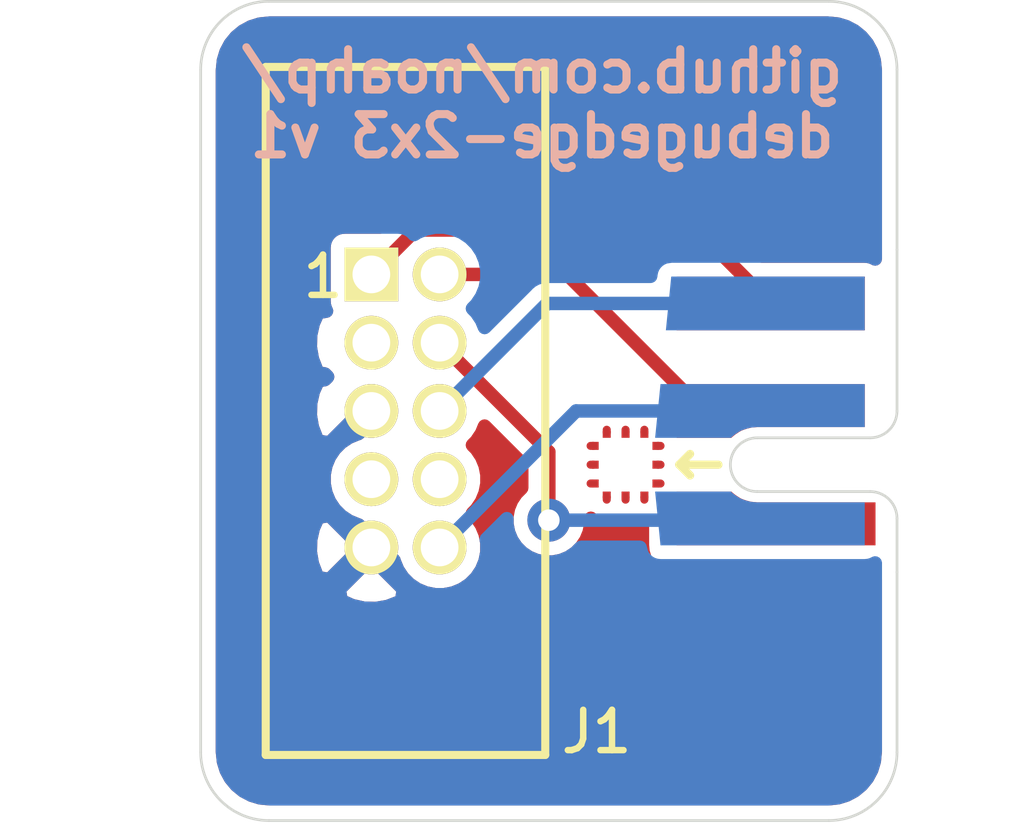
<source format=kicad_pcb>
(kicad_pcb (version 20171130) (host pcbnew 5.1.9-73d0e3b20d~88~ubuntu20.10.1)

  (general
    (thickness 1.6)
    (drawings 10)
    (tracks 14)
    (zones 0)
    (modules 2)
    (nets 9)
  )

  (page A4)
  (layers
    (0 F.Cu signal)
    (31 B.Cu signal)
    (32 B.Adhes user)
    (33 F.Adhes user)
    (34 B.Paste user)
    (35 F.Paste user)
    (36 B.SilkS user)
    (37 F.SilkS user)
    (38 B.Mask user)
    (39 F.Mask user)
    (40 Dwgs.User user)
    (41 Cmts.User user)
    (42 Eco1.User user)
    (43 Eco2.User user)
    (44 Edge.Cuts user)
    (45 Margin user)
    (46 B.CrtYd user)
    (47 F.CrtYd user)
    (48 B.Fab user)
    (49 F.Fab user)
  )

  (setup
    (last_trace_width 0.25)
    (trace_clearance 0.2)
    (zone_clearance 0.254)
    (zone_45_only no)
    (trace_min 0.2)
    (via_size 0.8)
    (via_drill 0.4)
    (via_min_size 0.4)
    (via_min_drill 0.3)
    (uvia_size 0.3)
    (uvia_drill 0.1)
    (uvias_allowed no)
    (uvia_min_size 0.2)
    (uvia_min_drill 0.1)
    (edge_width 0.05)
    (segment_width 0.2)
    (pcb_text_width 0.3)
    (pcb_text_size 1.5 1.5)
    (mod_edge_width 0.12)
    (mod_text_size 1 1)
    (mod_text_width 0.15)
    (pad_size 1.524 1.524)
    (pad_drill 0.762)
    (pad_to_mask_clearance 0)
    (aux_axis_origin 0 0)
    (visible_elements FFFFFF7F)
    (pcbplotparams
      (layerselection 0x010fc_ffffffff)
      (usegerberextensions false)
      (usegerberattributes true)
      (usegerberadvancedattributes true)
      (creategerberjobfile true)
      (excludeedgelayer true)
      (linewidth 0.100000)
      (plotframeref false)
      (viasonmask false)
      (mode 1)
      (useauxorigin false)
      (hpglpennumber 1)
      (hpglpenspeed 20)
      (hpglpendiameter 15.000000)
      (psnegative false)
      (psa4output false)
      (plotreference true)
      (plotvalue true)
      (plotinvisibletext false)
      (padsonsilk false)
      (subtractmaskfromsilk false)
      (outputformat 1)
      (mirror false)
      (drillshape 1)
      (scaleselection 1)
      (outputdirectory ""))
  )

  (net 0 "")
  (net 1 /~RESET)
  (net 2 GND)
  (net 3 "Net-(J1-Pad8)")
  (net 4 "Net-(J1-Pad7)")
  (net 5 /SWO)
  (net 6 /SWDCLK)
  (net 7 /SWDIO)
  (net 8 +3V3)

  (net_class Default "This is the default net class."
    (clearance 0.2)
    (trace_width 0.25)
    (via_dia 0.8)
    (via_drill 0.4)
    (uvia_dia 0.3)
    (uvia_drill 0.1)
    (add_net +3V3)
    (add_net /SWDCLK)
    (add_net /SWDIO)
    (add_net /SWO)
    (add_net /~RESET)
    (add_net GND)
    (add_net "Net-(J1-Pad7)")
    (add_net "Net-(J1-Pad8)")
  )

  (module Connector_DebugEdge:DebugEdge_2x03_Target (layer F.Cu) (tedit 5F5EA30E) (tstamp 5FF819D4)
    (at 150.622 88.773 90)
    (path /5FF7E7FA)
    (attr virtual)
    (fp_text reference J2 (at 0 1.2 90 unlocked) (layer F.Fab)
      (effects (font (size 0.5 0.5) (thickness 0.05)))
    )
    (fp_text value DebugEdge_02x03 (at 0 2 90 unlocked) (layer F.Fab)
      (effects (font (size 0.5 0.5) (thickness 0.05)))
    )
    (fp_arc (start -2 -0.5) (end -2 0) (angle -90) (layer Edge.Cuts) (width 0.05))
    (fp_arc (start 0 -0.5) (end -0.5 -0.5) (angle -90) (layer Edge.Cuts) (width 0.05))
    (fp_arc (start -1 -2.6) (end -0.5 -2.6) (angle -180) (layer Edge.Cuts) (width 0.05))
    (fp_line (start -0.65 -5.55) (end -0.65 -5.7) (layer F.Mask) (width 0.15))
    (fp_line (start -0.65 -5.65) (end -0.65 -5.7) (layer F.Cu) (width 0.15))
    (fp_poly (pts (xy -0.575 -5.55) (xy -0.725 -5.55) (xy -0.725 -5.675) (xy -0.575 -5.675)) (layer F.Cu) (width 0))
    (fp_line (start -1 -5.55) (end -1 -5.7) (layer F.Mask) (width 0.15))
    (fp_line (start -1 -5.65) (end -1 -5.7) (layer F.Cu) (width 0.15))
    (fp_poly (pts (xy -0.925 -5.55) (xy -1.075 -5.55) (xy -1.075 -5.675) (xy -0.925 -5.675)) (layer F.Cu) (width 0))
    (fp_poly (pts (xy -1.275 -5.55) (xy -1.425 -5.55) (xy -1.425 -5.675) (xy -1.275 -5.675)) (layer F.Cu) (width 0))
    (fp_line (start -1.35 -5.55) (end -1.35 -5.7) (layer F.Mask) (width 0.15))
    (fp_line (start -1.35 -5.65) (end -1.35 -5.7) (layer F.Cu) (width 0.15))
    (fp_poly (pts (xy -0.55 -4.6) (xy -1.45 -4.6) (xy -1.45 -5.5) (xy -0.55 -5.5)) (layer F.Mask) (width 0.1))
    (fp_line (start 4 0.5) (end 4 -5) (layer B.CrtYd) (width 0.05))
    (fp_line (start -4 0.5) (end 4 0.5) (layer B.CrtYd) (width 0.05))
    (fp_line (start -4 -5) (end -4 0.5) (layer B.CrtYd) (width 0.05))
    (fp_line (start 4 -5) (end -4 -5) (layer B.CrtYd) (width 0.05))
    (fp_line (start -4 0.5) (end -4 -5) (layer F.CrtYd) (width 0.05))
    (fp_line (start 4 0.5) (end -4 0.5) (layer F.CrtYd) (width 0.05))
    (fp_line (start 4 -5) (end 4 0.5) (layer F.CrtYd) (width 0.05))
    (fp_line (start -4 -5) (end 4 -5) (layer F.CrtYd) (width 0.05))
    (fp_line (start 0 0) (end 3 0) (layer Edge.Cuts) (width 0.05))
    (fp_line (start -3 0) (end -2 0) (layer Edge.Cuts) (width 0.05))
    (fp_line (start -1 -4.05) (end -1 -3.323) (layer F.SilkS) (width 0.153))
    (fp_line (start -1 -4.05) (end -0.8 -3.85) (layer F.SilkS) (width 0.153))
    (fp_line (start -1.2 -3.85) (end -1 -4.05) (layer F.SilkS) (width 0.153))
    (fp_line (start -0.5 -0.5) (end -0.5 -2.6) (layer Edge.Cuts) (width 0.05))
    (fp_line (start -1.5 -2.6) (end -1.5 -0.5) (layer Edge.Cuts) (width 0.05))
    (fp_line (start -1.6 -4.7) (end -1.65 -4.7) (layer F.Cu) (width 0.15))
    (fp_line (start -1.5 -4.7) (end -1.65 -4.7) (layer F.Mask) (width 0.15))
    (fp_poly (pts (xy -1.5 -5.475) (xy -1.5 -5.325) (xy -1.625 -5.325) (xy -1.625 -5.475)) (layer F.Cu) (width 0))
    (fp_line (start -1.6 -5.4) (end -1.65 -5.4) (layer F.Cu) (width 0.15))
    (fp_line (start -1.5 -5.4) (end -1.65 -5.4) (layer F.Mask) (width 0.15))
    (fp_poly (pts (xy -1.5 -5.125) (xy -1.5 -4.975) (xy -1.625 -4.975) (xy -1.625 -5.125)) (layer F.Cu) (width 0))
    (fp_line (start -1.5 -5.05) (end -1.65 -5.05) (layer F.Mask) (width 0.15))
    (fp_line (start -1.6 -5.05) (end -1.65 -5.05) (layer F.Cu) (width 0.15))
    (fp_poly (pts (xy -1.5 -4.775) (xy -1.5 -4.625) (xy -1.625 -4.625) (xy -1.625 -4.775)) (layer F.Cu) (width 0))
    (fp_poly (pts (xy -1.425 -4.55) (xy -1.275 -4.55) (xy -1.275 -4.425) (xy -1.425 -4.425)) (layer F.Cu) (width 0))
    (fp_line (start -1.35 -4.45) (end -1.35 -4.4) (layer F.Cu) (width 0.15))
    (fp_line (start -1.35 -4.55) (end -1.35 -4.4) (layer F.Mask) (width 0.15))
    (fp_poly (pts (xy -1.075 -4.55) (xy -0.925 -4.55) (xy -0.925 -4.425) (xy -1.075 -4.425)) (layer F.Cu) (width 0))
    (fp_line (start -1 -4.55) (end -1 -4.4) (layer F.Mask) (width 0.15))
    (fp_line (start -1 -4.45) (end -1 -4.4) (layer F.Cu) (width 0.15))
    (fp_poly (pts (xy -0.725 -4.55) (xy -0.575 -4.55) (xy -0.575 -4.425) (xy -0.725 -4.425)) (layer F.Cu) (width 0))
    (fp_line (start -0.65 -4.55) (end -0.65 -4.4) (layer F.Mask) (width 0.15))
    (fp_line (start -0.65 -4.45) (end -0.65 -4.4) (layer F.Cu) (width 0.15))
    (fp_poly (pts (xy -0.5 -4.625) (xy -0.5 -4.775) (xy -0.375 -4.775) (xy -0.375 -4.625)) (layer F.Cu) (width 0))
    (fp_line (start -0.4 -4.7) (end -0.35 -4.7) (layer F.Cu) (width 0.15))
    (fp_line (start -0.5 -4.7) (end -0.35 -4.7) (layer F.Mask) (width 0.15))
    (fp_poly (pts (xy -0.5 -4.975) (xy -0.5 -5.125) (xy -0.375 -5.125) (xy -0.375 -4.975)) (layer F.Cu) (width 0))
    (fp_line (start -0.5 -5.05) (end -0.35 -5.05) (layer F.Mask) (width 0.15))
    (fp_line (start -0.4 -5.05) (end -0.35 -5.05) (layer F.Cu) (width 0.15))
    (fp_poly (pts (xy -0.5 -5.325) (xy -0.5 -5.475) (xy -0.375 -5.475) (xy -0.375 -5.325)) (layer F.Cu) (width 0))
    (fp_line (start -0.5 -5.4) (end -0.35 -5.4) (layer F.Mask) (width 0.15))
    (fp_line (start -0.4 -5.4) (end -0.35 -5.4) (layer F.Cu) (width 0.15))
    (pad 1 smd custom (at -2 -3.6 90) (size 1 1) (layers F.Cu F.Mask)
      (net 2 GND) (zone_connect 0)
      (options (clearance outline) (anchor rect))
      (primitives
        (gr_poly (pts
           (xy 0.3 1) (xy 0.31 0.89) (xy 0.33 0.81) (xy 0.35 0.75) (xy 0.37 0.7)
           (xy 0.4 0.65) (xy 0.44 0.59) (xy 0.48 0.54) (xy 0.5 0.52) (xy 0.5 -0.5)
           (xy -0.5 -0.5) (xy -0.5 3.2) (xy 0.3 3.2)) (width 0))
      ))
    (pad 2 smd custom (at 0 -3.6 90) (size 1 1) (layers F.Cu F.Mask)
      (net 7 /SWDIO) (zone_connect 0)
      (options (clearance outline) (anchor rect))
      (primitives
        (gr_poly (pts
           (xy -0.3 1) (xy -0.31 0.89) (xy -0.33 0.81) (xy -0.35 0.75) (xy -0.37 0.7)
           (xy -0.4 0.65) (xy -0.44 0.59) (xy -0.48 0.54) (xy -0.5 0.52) (xy -0.5 -0.5)
           (xy 0.5 -0.5) (xy 0.5 3) (xy -0.3 3)) (width 0))
      ))
    (pad 4 smd custom (at 0 -2.1 90) (size 0.4 0.4) (layers B.Cu B.Mask)
      (net 1 /~RESET) (zone_connect 0)
      (options (clearance outline) (anchor rect))
      (primitives
        (gr_poly (pts
           (xy -0.3 -0.51) (xy -0.31 -0.62) (xy -0.33 -0.7) (xy -0.35 -0.76) (xy -0.37 -0.81)
           (xy -0.4 -0.86) (xy -0.44 -0.92) (xy -0.48 -0.97) (xy -0.5 -0.99) (xy -0.5 -2.4)
           (xy 0.5 -2.3) (xy 0.5 1.5) (xy -0.3 1.5)) (width 0))
      ))
    (pad 3 smd custom (at -2 -2.1 90) (size 0.4 0.4) (layers B.Cu B.Mask)
      (net 6 /SWDCLK) (zone_connect 0)
      (options (clearance outline) (anchor rect))
      (primitives
        (gr_poly (pts
           (xy 0.3 -0.51) (xy 0.31 -0.62) (xy 0.33 -0.7) (xy 0.35 -0.76) (xy 0.37 -0.81)
           (xy 0.4 -0.86) (xy 0.44 -0.92) (xy 0.48 -0.97) (xy 0.5 -0.99) (xy 0.5 -2.4)
           (xy -0.5 -2.3) (xy -0.5 1.5) (xy 0.3 1.5)) (width 0))
      ))
    (pad 6 smd custom (at 2 -2.4 90) (size 1 3.6) (layers B.Cu B.Mask)
      (net 5 /SWO) (zone_connect 0)
      (options (clearance outline) (anchor rect))
      (primitives
        (gr_poly (pts
           (xy -0.5 -1.8) (xy -0.5 -1.9) (xy 0.5 -1.8)) (width 0))
      ))
    (pad 5 smd rect (at 2 -2.35 270) (size 1 3.5) (layers F.Cu F.Mask)
      (net 8 +3V3) (zone_connect 0))
  )

  (module kicadlib:ARM_10_PIN (layer F.Cu) (tedit 563F468F) (tstamp 5FF81993)
    (at 141.478 88.773)
    (path /5FF7D52A)
    (fp_text reference J1 (at 3.556 5.969) (layer F.SilkS)
      (effects (font (size 0.75 0.75) (thickness 0.12)))
    )
    (fp_text value Conn_ARM_JTAG_SWD_10 (at -0.635 7.3) (layer F.Fab)
      (effects (font (size 0.75 0.75) (thickness 0.12)))
    )
    (fp_text user 1 (at -1.535 -2.5) (layer F.SilkS)
      (effects (font (size 0.75 0.75) (thickness 0.12)))
    )
    (fp_line (start -2.6 -6.4) (end 2.6 -6.4) (layer F.SilkS) (width 0.15))
    (fp_line (start -2.6 6.4) (end -2.6 -6.4) (layer F.SilkS) (width 0.15))
    (fp_line (start 2.6 6.4) (end -2.6 6.4) (layer F.SilkS) (width 0.15))
    (fp_line (start 2.6 -6.4) (end 2.6 6.4) (layer F.SilkS) (width 0.15))
    (pad 10 thru_hole circle (at 0.635 2.54) (size 1 1) (drill 0.70104) (layers *.Cu *.Mask F.SilkS)
      (net 1 /~RESET))
    (pad 9 thru_hole circle (at -0.635 2.54) (size 1 1) (drill 0.70104) (layers *.Cu *.Mask F.SilkS)
      (net 2 GND))
    (pad 8 thru_hole circle (at 0.635 1.27) (size 1 1) (drill 0.70104) (layers *.Cu *.Mask F.SilkS)
      (net 3 "Net-(J1-Pad8)"))
    (pad 7 thru_hole circle (at -0.635 1.27) (size 1 1) (drill 0.70104) (layers *.Cu *.Mask F.SilkS)
      (net 4 "Net-(J1-Pad7)"))
    (pad 6 thru_hole circle (at 0.635 0) (size 1 1) (drill 0.70104) (layers *.Cu *.Mask F.SilkS)
      (net 5 /SWO))
    (pad 5 thru_hole circle (at -0.635 0) (size 1 1) (drill 0.70104) (layers *.Cu *.Mask F.SilkS)
      (net 2 GND))
    (pad 4 thru_hole circle (at 0.635 -1.27) (size 1 1) (drill 0.70104) (layers *.Cu *.Mask F.SilkS)
      (net 6 /SWDCLK))
    (pad 3 thru_hole circle (at -0.635 -1.27) (size 1 1) (drill 0.70104) (layers *.Cu *.Mask F.SilkS)
      (net 2 GND))
    (pad 2 thru_hole circle (at 0.635 -2.54) (size 1 1) (drill 0.70104) (layers *.Cu *.Mask F.SilkS)
      (net 7 /SWDIO))
    (pad 1 thru_hole rect (at -0.635 -2.54) (size 1 1) (drill 0.70104) (layers *.Cu *.Mask F.SilkS)
      (net 8 +3V3))
    (model ${KIPRJMOD}/kicadlib/kicadlib.pretty/models/ARM_10_PIN_TH_SHRD.wrl
      (offset (xyz -2.590799961090088 -6.349999904632568 0))
      (scale (xyz 0.395 0.4 0.4))
      (rotate (xyz 0 0 -90))
    )
  )

  (gr_text "github.com/noahp/\ndebugedge-2x3 v1" (at 144.018 83.058) (layer B.SilkS)
    (effects (font (size 0.75 0.75) (thickness 0.15)) (justify mirror))
  )
  (gr_line (start 150.622 91.773) (end 150.622 95.123) (layer Edge.Cuts) (width 0.05) (tstamp 5FF81BDF))
  (gr_line (start 150.622 82.423) (end 150.622 85.773) (layer Edge.Cuts) (width 0.05))
  (gr_line (start 138.938 81.153) (end 149.352 81.153) (layer Edge.Cuts) (width 0.05) (tstamp 5FF81BDE))
  (gr_line (start 137.668 95.123) (end 137.668 82.423) (layer Edge.Cuts) (width 0.05) (tstamp 5FF81BDD))
  (gr_line (start 149.352 96.393) (end 138.938 96.393) (layer Edge.Cuts) (width 0.05) (tstamp 5FF81BDC))
  (gr_arc (start 138.938 82.423) (end 138.938 81.153) (angle -90) (layer Edge.Cuts) (width 0.05) (tstamp 5FF81BD4))
  (gr_arc (start 138.938 95.123) (end 137.668 95.123) (angle -90) (layer Edge.Cuts) (width 0.05) (tstamp 5FF81BBB))
  (gr_arc (start 149.352 95.123) (end 149.352 96.393) (angle -90) (layer Edge.Cuts) (width 0.05) (tstamp 5FF81BBB))
  (gr_arc (start 149.352 82.423) (end 150.622 82.423) (angle -90) (layer Edge.Cuts) (width 0.05))

  (segment (start 144.653 88.773) (end 148.522 88.773) (width 0.25) (layer B.Cu) (net 1))
  (segment (start 142.113 91.313) (end 144.653 88.773) (width 0.25) (layer B.Cu) (net 1))
  (segment (start 144.113 86.773) (end 148.222 86.773) (width 0.25) (layer B.Cu) (net 5))
  (segment (start 142.113 88.773) (end 144.113 86.773) (width 0.25) (layer B.Cu) (net 5))
  (via (at 144.145 90.805) (size 0.8) (drill 0.4) (layers F.Cu B.Cu) (net 6))
  (segment (start 144.145 89.535) (end 144.145 90.805) (width 0.25) (layer F.Cu) (net 6))
  (segment (start 142.113 87.503) (end 144.145 89.535) (width 0.25) (layer F.Cu) (net 6))
  (segment (start 148.49 90.805) (end 148.522 90.773) (width 0.25) (layer B.Cu) (net 6))
  (segment (start 144.145 90.805) (end 148.49 90.805) (width 0.25) (layer B.Cu) (net 6))
  (segment (start 144.482 86.233) (end 147.022 88.773) (width 0.25) (layer F.Cu) (net 7))
  (segment (start 142.113 86.233) (end 144.482 86.233) (width 0.25) (layer F.Cu) (net 7))
  (segment (start 146.906999 85.407999) (end 148.272 86.773) (width 0.25) (layer F.Cu) (net 8))
  (segment (start 141.668001 85.407999) (end 146.906999 85.407999) (width 0.25) (layer F.Cu) (net 8))
  (segment (start 140.843 86.233) (end 141.668001 85.407999) (width 0.25) (layer F.Cu) (net 8))

  (zone (net 2) (net_name GND) (layer F.Cu) (tstamp 0) (hatch edge 0.508)
    (connect_pads (clearance 0.254))
    (min_thickness 0.254)
    (fill yes (arc_segments 32) (thermal_gap 0.508) (thermal_bridge_width 0.508))
    (polygon
      (pts
        (xy 150.622 96.393) (xy 137.668 96.393) (xy 137.668 81.153) (xy 150.622 81.153)
      )
    )
    (filled_polygon
      (pts
        (xy 149.519441 81.577364) (xy 149.680501 81.625992) (xy 149.829054 81.704979) (xy 149.95943 81.81131) (xy 150.066674 81.940946)
        (xy 150.146695 82.088942) (xy 150.196446 82.249661) (xy 150.216 82.435707) (xy 150.216001 85.753059) (xy 150.216001 85.944685)
        (xy 150.168508 85.919299) (xy 150.096689 85.897513) (xy 150.022 85.890157) (xy 148.104749 85.890157) (xy 147.282375 85.067784)
        (xy 147.266526 85.048472) (xy 147.189478 84.98524) (xy 147.101574 84.938254) (xy 147.006192 84.909321) (xy 146.931853 84.901999)
        (xy 146.931845 84.901999) (xy 146.906999 84.899552) (xy 146.882153 84.901999) (xy 141.692855 84.901999) (xy 141.668001 84.899551)
        (xy 141.643147 84.901999) (xy 141.568808 84.909321) (xy 141.473426 84.938254) (xy 141.385522 84.98524) (xy 141.308474 85.048472)
        (xy 141.292629 85.067779) (xy 141.010251 85.350157) (xy 140.343 85.350157) (xy 140.268311 85.357513) (xy 140.196492 85.379299)
        (xy 140.130304 85.414678) (xy 140.072289 85.462289) (xy 140.024678 85.520304) (xy 139.989299 85.586492) (xy 139.967513 85.658311)
        (xy 139.960157 85.733) (xy 139.960157 86.733) (xy 139.963816 86.770154) (xy 139.947181 86.786789) (xy 139.967451 86.807059)
        (xy 139.967513 86.807689) (xy 139.989299 86.879508) (xy 140.007653 86.913846) (xy 139.851412 86.93955) (xy 139.760542 87.143826)
        (xy 139.711269 87.361905) (xy 139.705489 87.585406) (xy 139.743423 87.80574) (xy 139.823613 88.01444) (xy 139.851412 88.06645)
        (xy 139.977602 88.08721) (xy 140.028392 88.138) (xy 139.977602 88.18879) (xy 139.851412 88.20955) (xy 139.760542 88.413826)
        (xy 139.711269 88.631905) (xy 139.705489 88.855406) (xy 139.743423 89.07574) (xy 139.823613 89.28444) (xy 139.851412 89.33645)
        (xy 140.064834 89.371561) (xy 140.663395 88.773) (xy 140.649253 88.758858) (xy 140.771577 88.636533) (xy 140.918215 88.640325)
        (xy 141.036748 88.758858) (xy 141.022605 88.773) (xy 141.036748 88.787143) (xy 140.857143 88.966748) (xy 140.843 88.952605)
        (xy 140.603157 89.192448) (xy 140.586022 89.195856) (xy 140.42569 89.262268) (xy 140.281395 89.358682) (xy 140.158682 89.481395)
        (xy 140.062268 89.62569) (xy 139.995856 89.786022) (xy 139.962 89.956229) (xy 139.962 90.129771) (xy 139.995856 90.299978)
        (xy 140.062268 90.46031) (xy 140.158682 90.604605) (xy 140.281395 90.727318) (xy 140.42569 90.823732) (xy 140.586022 90.890144)
        (xy 140.603157 90.893552) (xy 140.843 91.133395) (xy 140.857143 91.119253) (xy 141.036748 91.298858) (xy 141.022605 91.313)
        (xy 141.262448 91.552843) (xy 141.265856 91.569978) (xy 141.332268 91.73031) (xy 141.428682 91.874605) (xy 141.551395 91.997318)
        (xy 141.69569 92.093732) (xy 141.856022 92.160144) (xy 142.026229 92.194) (xy 142.199771 92.194) (xy 142.369978 92.160144)
        (xy 142.53031 92.093732) (xy 142.674605 91.997318) (xy 142.797318 91.874605) (xy 142.893732 91.73031) (xy 142.960144 91.569978)
        (xy 142.994 91.399771) (xy 142.994 91.226229) (xy 142.960144 91.056022) (xy 142.893732 90.89569) (xy 142.797318 90.751395)
        (xy 142.723923 90.678) (xy 142.797318 90.604605) (xy 142.893732 90.46031) (xy 142.960144 90.299978) (xy 142.994 90.129771)
        (xy 142.994 89.956229) (xy 142.960144 89.786022) (xy 142.893732 89.62569) (xy 142.797318 89.481395) (xy 142.723923 89.408)
        (xy 142.797318 89.334605) (xy 142.893732 89.19031) (xy 142.949671 89.055262) (xy 143.639 89.744592) (xy 143.639001 90.206498)
        (xy 143.538358 90.307141) (xy 143.452887 90.435058) (xy 143.394013 90.577191) (xy 143.364 90.728078) (xy 143.364 90.881922)
        (xy 143.394013 91.032809) (xy 143.452887 91.174942) (xy 143.538358 91.302859) (xy 143.647141 91.411642) (xy 143.775058 91.497113)
        (xy 143.917191 91.555987) (xy 144.068078 91.586) (xy 144.221922 91.586) (xy 144.372809 91.555987) (xy 144.514942 91.497113)
        (xy 144.642859 91.411642) (xy 144.751642 91.302859) (xy 144.837113 91.174942) (xy 144.895987 91.032809) (xy 144.926 90.881922)
        (xy 144.926 90.76998) (xy 144.967435 90.803984) (xy 145.046653 90.846327) (xy 145.132609 90.872402) (xy 145.222 90.881206)
        (xy 145.311392 90.872402) (xy 145.397001 90.846432) (xy 145.482609 90.872402) (xy 145.572 90.881206) (xy 145.661392 90.872402)
        (xy 145.747001 90.846432) (xy 145.832609 90.872402) (xy 145.883928 90.877456) (xy 145.883928 91.273) (xy 145.896188 91.397482)
        (xy 145.932498 91.51718) (xy 145.991463 91.627494) (xy 146.070815 91.724185) (xy 146.167506 91.803537) (xy 146.27782 91.862502)
        (xy 146.397518 91.898812) (xy 146.522 91.911072) (xy 150.216 91.911072) (xy 150.216001 95.103136) (xy 150.197636 95.290441)
        (xy 150.149008 95.451503) (xy 150.070023 95.600051) (xy 149.963689 95.73043) (xy 149.834054 95.837674) (xy 149.686058 95.917695)
        (xy 149.525339 95.967446) (xy 149.339293 95.987) (xy 138.957854 95.987) (xy 138.770559 95.968636) (xy 138.609497 95.920008)
        (xy 138.460949 95.841023) (xy 138.33057 95.734689) (xy 138.223326 95.605054) (xy 138.143305 95.457058) (xy 138.093554 95.296339)
        (xy 138.074 95.110293) (xy 138.074 92.091166) (xy 140.244439 92.091166) (xy 140.27955 92.304588) (xy 140.483826 92.395458)
        (xy 140.701905 92.444731) (xy 140.925406 92.450511) (xy 141.14574 92.412577) (xy 141.35444 92.332387) (xy 141.40645 92.304588)
        (xy 141.441561 92.091166) (xy 140.843 91.492605) (xy 140.244439 92.091166) (xy 138.074 92.091166) (xy 138.074 91.395406)
        (xy 139.705489 91.395406) (xy 139.743423 91.61574) (xy 139.823613 91.82444) (xy 139.851412 91.87645) (xy 140.064834 91.911561)
        (xy 140.663395 91.313) (xy 140.064834 90.714439) (xy 139.851412 90.74955) (xy 139.760542 90.953826) (xy 139.711269 91.171905)
        (xy 139.705489 91.395406) (xy 138.074 91.395406) (xy 138.074 82.442854) (xy 138.092364 82.255559) (xy 138.140992 82.094499)
        (xy 138.219979 81.945946) (xy 138.32631 81.81557) (xy 138.455946 81.708326) (xy 138.603942 81.628305) (xy 138.764661 81.578554)
        (xy 138.950707 81.559) (xy 149.332146 81.559)
      )
    )
    (filled_polygon
      (pts
        (xy 141.036748 87.488858) (xy 141.022605 87.503) (xy 141.036748 87.517143) (xy 140.914423 87.639467) (xy 140.767785 87.635675)
        (xy 140.649253 87.517143) (xy 140.663395 87.503) (xy 140.649253 87.488858) (xy 140.828858 87.309253) (xy 140.843 87.323395)
        (xy 140.857143 87.309253)
      )
    )
  )
  (zone (net 2) (net_name GND) (layer B.Cu) (tstamp 5FF81C32) (hatch edge 0.508)
    (connect_pads (clearance 0.254))
    (min_thickness 0.254)
    (fill yes (arc_segments 32) (thermal_gap 0.508) (thermal_bridge_width 0.508))
    (polygon
      (pts
        (xy 150.622 96.393) (xy 137.668 96.393) (xy 137.668 81.153) (xy 150.622 81.153)
      )
    )
    (filled_polygon
      (pts
        (xy 149.519441 81.577364) (xy 149.680501 81.625992) (xy 149.829054 81.704979) (xy 149.95943 81.81131) (xy 150.066674 81.940946)
        (xy 150.146695 82.088942) (xy 150.196446 82.249661) (xy 150.216 82.435707) (xy 150.216001 85.753059) (xy 150.216001 85.944685)
        (xy 150.168508 85.919299) (xy 150.096689 85.897513) (xy 150.022 85.890157) (xy 146.422 85.890157) (xy 146.311414 85.906476)
        (xy 146.242034 85.935093) (xy 146.179569 85.976696) (xy 146.126422 86.029685) (xy 146.084633 86.092025) (xy 146.055809 86.161319)
        (xy 146.041057 86.234906) (xy 146.037848 86.267) (xy 144.137845 86.267) (xy 144.112999 86.264553) (xy 144.088153 86.267)
        (xy 144.088146 86.267) (xy 144.027229 86.273) (xy 144.013806 86.274322) (xy 143.918425 86.303255) (xy 143.830521 86.350241)
        (xy 143.753473 86.413473) (xy 143.737628 86.43278) (xy 142.949671 87.220738) (xy 142.893732 87.08569) (xy 142.797318 86.941395)
        (xy 142.723923 86.868) (xy 142.797318 86.794605) (xy 142.893732 86.65031) (xy 142.960144 86.489978) (xy 142.994 86.319771)
        (xy 142.994 86.146229) (xy 142.960144 85.976022) (xy 142.893732 85.81569) (xy 142.797318 85.671395) (xy 142.674605 85.548682)
        (xy 142.53031 85.452268) (xy 142.369978 85.385856) (xy 142.199771 85.352) (xy 142.026229 85.352) (xy 141.856022 85.385856)
        (xy 141.69569 85.452268) (xy 141.637432 85.491194) (xy 141.613711 85.462289) (xy 141.555696 85.414678) (xy 141.489508 85.379299)
        (xy 141.417689 85.357513) (xy 141.343 85.350157) (xy 140.343 85.350157) (xy 140.268311 85.357513) (xy 140.196492 85.379299)
        (xy 140.130304 85.414678) (xy 140.072289 85.462289) (xy 140.024678 85.520304) (xy 139.989299 85.586492) (xy 139.967513 85.658311)
        (xy 139.960157 85.733) (xy 139.960157 86.733) (xy 139.963816 86.770154) (xy 139.947181 86.786789) (xy 139.967451 86.807059)
        (xy 139.967513 86.807689) (xy 139.989299 86.879508) (xy 140.007653 86.913846) (xy 139.851412 86.93955) (xy 139.760542 87.143826)
        (xy 139.711269 87.361905) (xy 139.705489 87.585406) (xy 139.743423 87.80574) (xy 139.823613 88.01444) (xy 139.851412 88.06645)
        (xy 139.977602 88.08721) (xy 140.028392 88.138) (xy 139.977602 88.18879) (xy 139.851412 88.20955) (xy 139.760542 88.413826)
        (xy 139.711269 88.631905) (xy 139.705489 88.855406) (xy 139.743423 89.07574) (xy 139.823613 89.28444) (xy 139.851412 89.33645)
        (xy 140.064834 89.371561) (xy 140.663395 88.773) (xy 140.649253 88.758858) (xy 140.771577 88.636533) (xy 140.918215 88.640325)
        (xy 141.036748 88.758858) (xy 141.022605 88.773) (xy 141.036748 88.787143) (xy 140.857143 88.966748) (xy 140.843 88.952605)
        (xy 140.603157 89.192448) (xy 140.586022 89.195856) (xy 140.42569 89.262268) (xy 140.281395 89.358682) (xy 140.158682 89.481395)
        (xy 140.062268 89.62569) (xy 139.995856 89.786022) (xy 139.962 89.956229) (xy 139.962 90.129771) (xy 139.995856 90.299978)
        (xy 140.062268 90.46031) (xy 140.158682 90.604605) (xy 140.281395 90.727318) (xy 140.42569 90.823732) (xy 140.586022 90.890144)
        (xy 140.603157 90.893552) (xy 140.843 91.133395) (xy 140.857143 91.119253) (xy 141.036748 91.298858) (xy 141.022605 91.313)
        (xy 141.262448 91.552843) (xy 141.265856 91.569978) (xy 141.332268 91.73031) (xy 141.428682 91.874605) (xy 141.551395 91.997318)
        (xy 141.69569 92.093732) (xy 141.856022 92.160144) (xy 142.026229 92.194) (xy 142.199771 92.194) (xy 142.369978 92.160144)
        (xy 142.53031 92.093732) (xy 142.674605 91.997318) (xy 142.797318 91.874605) (xy 142.893732 91.73031) (xy 142.960144 91.569978)
        (xy 142.994 91.399771) (xy 142.994 91.226229) (xy 142.980953 91.160638) (xy 143.364 90.777591) (xy 143.364 90.881922)
        (xy 143.394013 91.032809) (xy 143.452887 91.174942) (xy 143.538358 91.302859) (xy 143.647141 91.411642) (xy 143.775058 91.497113)
        (xy 143.917191 91.555987) (xy 144.068078 91.586) (xy 144.221922 91.586) (xy 144.372809 91.555987) (xy 144.514942 91.497113)
        (xy 144.642859 91.411642) (xy 144.743501 91.311) (xy 145.841048 91.311) (xy 145.841057 91.311094) (xy 145.868299 91.419508)
        (xy 145.903678 91.485696) (xy 145.951289 91.543711) (xy 146.009304 91.591322) (xy 146.075492 91.626701) (xy 146.147311 91.648487)
        (xy 146.222 91.655843) (xy 150.022 91.655843) (xy 150.096689 91.648487) (xy 150.168508 91.626701) (xy 150.216 91.601315)
        (xy 150.216 91.75306) (xy 150.216001 95.103136) (xy 150.197636 95.290441) (xy 150.149008 95.451503) (xy 150.070023 95.600051)
        (xy 149.963689 95.73043) (xy 149.834054 95.837674) (xy 149.686058 95.917695) (xy 149.525339 95.967446) (xy 149.339293 95.987)
        (xy 138.957854 95.987) (xy 138.770559 95.968636) (xy 138.609497 95.920008) (xy 138.460949 95.841023) (xy 138.33057 95.734689)
        (xy 138.223326 95.605054) (xy 138.143305 95.457058) (xy 138.093554 95.296339) (xy 138.074 95.110293) (xy 138.074 92.091166)
        (xy 140.244439 92.091166) (xy 140.27955 92.304588) (xy 140.483826 92.395458) (xy 140.701905 92.444731) (xy 140.925406 92.450511)
        (xy 141.14574 92.412577) (xy 141.35444 92.332387) (xy 141.40645 92.304588) (xy 141.441561 92.091166) (xy 140.843 91.492605)
        (xy 140.244439 92.091166) (xy 138.074 92.091166) (xy 138.074 91.395406) (xy 139.705489 91.395406) (xy 139.743423 91.61574)
        (xy 139.823613 91.82444) (xy 139.851412 91.87645) (xy 140.064834 91.911561) (xy 140.663395 91.313) (xy 140.064834 90.714439)
        (xy 139.851412 90.74955) (xy 139.760542 90.953826) (xy 139.711269 91.171905) (xy 139.705489 91.395406) (xy 138.074 91.395406)
        (xy 138.074 82.442854) (xy 138.092364 82.255559) (xy 138.140992 82.094499) (xy 138.219979 81.945946) (xy 138.32631 81.81557)
        (xy 138.455946 81.708326) (xy 138.603942 81.628305) (xy 138.764661 81.578554) (xy 138.950707 81.559) (xy 149.332146 81.559)
      )
    )
    (filled_polygon
      (pts
        (xy 141.036748 87.488858) (xy 141.022605 87.503) (xy 141.036748 87.517143) (xy 140.914423 87.639467) (xy 140.767785 87.635675)
        (xy 140.649253 87.517143) (xy 140.663395 87.503) (xy 140.649253 87.488858) (xy 140.828858 87.309253) (xy 140.843 87.323395)
        (xy 140.857143 87.309253)
      )
    )
  )
)

</source>
